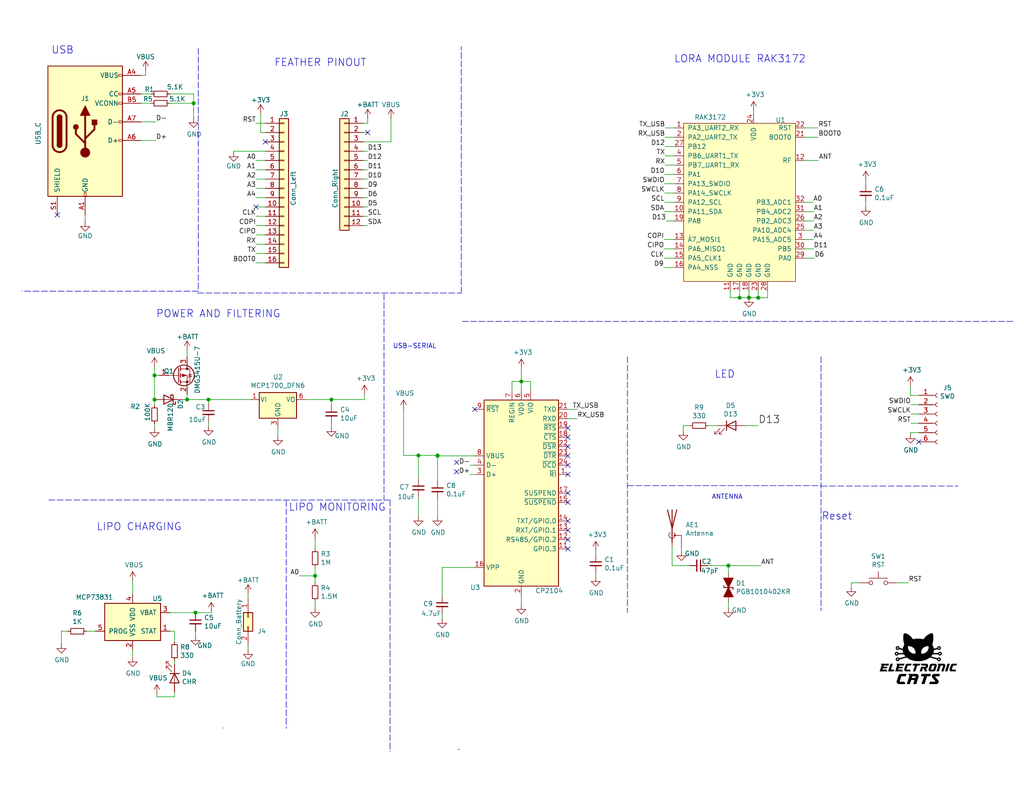
<source format=kicad_sch>
(kicad_sch (version 20211123) (generator eeschema)
  (paper "USLetter")
  (title_block (title "BastWAN-WLE") (date "2021-07-13") (rev "1.0") (company "Electronic Cats") (comment 4 "Andres Sabas"))
  (lib_symbols
    (symbol "Battery_Management:MCP73831-3-OT" (pin_names (offset 1.016))
      (property "Reference" "U" (at -7.62 6.35 0))
      (property "Value" "MCP73831-3-OT" (at 1.27 6.35 0))
      (symbol "MCP73831-3-OT_1_1"
        (pin output line (at 10.16 -2.54 180) (length 2.54) (name "STAT") (number "1"))
        (pin power_in line (at 0 -7.62 90) (length 2.54) (name "VSS") (number "2"))
        (pin power_out line (at 10.16 2.54 180) (length 2.54) (name "VBAT") (number "3"))
        (pin power_in line (at 0 7.62 270) (length 2.54) (name "VDD") (number "4"))
        (pin input line (at -10.16 -2.54 0) (length 2.54) (name "PROG") (number "5"))
      )
    )
    (symbol "Connector:Conn_01x06_Female" (pin_names (offset 1.016) hide)
      (property "Reference" "J" (at 0 7.62 0))
      (property "Value" "Conn_01x06_Female" (at 0 -10.16 0))
      (symbol "Conn_01x06_Female_1_1"
        (pin passive line (at -5.08 5.08 0) (length 3.81) (name "Pin_1") (number "1"))
        (pin passive line (at -5.08 2.54 0) (length 3.81) (name "Pin_2") (number "2"))
        (pin passive line (at -5.08 0 0) (length 3.81) (name "Pin_3") (number "3"))
        (pin passive line (at -5.08 -2.54 0) (length 3.81) (name "Pin_4") (number "4"))
        (pin passive line (at -5.08 -5.08 0) (length 3.81) (name "Pin_5") (number "5"))
        (pin passive line (at -5.08 -7.62 0) (length 3.81) (name "Pin_6") (number "6"))
      )
    )
    (symbol "Connector:USB_C_Plug_USB2.0" (pin_names (offset 1.016))
      (property "Reference" "P" (at -10.16 19.05 0))
      (property "Value" "USB_C_Plug_USB2.0" (at 12.7 19.05 0))
      (symbol "USB_C_Plug_USB2.0_1_1"
        (pin passive line (at 0 -22.86 90) (length 5.08) (name "GND") (number "A1"))
        (pin passive line (at 0 -22.86 90) (length 5.08) hide (name "GND") (number "A12"))
        (pin passive line (at 15.24 15.24 180) (length 5.08) (name "VBUS") (number "A4"))
        (pin bidirectional line (at 15.24 10.16 180) (length 5.08) (name "CC") (number "A5"))
        (pin bidirectional line (at 15.24 -2.54 180) (length 5.08) (name "D+") (number "A6"))
        (pin bidirectional line (at 15.24 2.54 180) (length 5.08) (name "D-") (number "A7"))
        (pin passive line (at 15.24 15.24 180) (length 5.08) hide (name "VBUS") (number "A9"))
        (pin passive line (at 0 -22.86 90) (length 5.08) hide (name "GND") (number "B1"))
        (pin passive line (at 0 -22.86 90) (length 5.08) hide (name "GND") (number "B12"))
        (pin passive line (at 15.24 15.24 180) (length 5.08) hide (name "VBUS") (number "B4"))
        (pin bidirectional line (at 15.24 7.62 180) (length 5.08) (name "VCONN") (number "B5"))
        (pin passive line (at 15.24 15.24 180) (length 5.08) hide (name "VBUS") (number "B9"))
        (pin passive line (at -7.62 -22.86 90) (length 5.08) (name "SHIELD") (number "S1"))
      )
    )
    (symbol "Connector_Generic:Conn_01x12" (pin_names (offset 1.016) hide)
      (property "Reference" "J" (at 0 15.24 0))
      (property "Value" "Conn_01x12" (at 0 -17.78 0))
      (symbol "Conn_01x12_1_1"
        (pin passive line (at -5.08 12.7 0) (length 3.81) (name "Pin_1") (number "1"))
        (pin passive line (at -5.08 -10.16 0) (length 3.81) (name "Pin_10") (number "10"))
        (pin passive line (at -5.08 -12.7 0) (length 3.81) (name "Pin_11") (number "11"))
        (pin passive line (at -5.08 -15.24 0) (length 3.81) (name "Pin_12") (number "12"))
        (pin passive line (at -5.08 10.16 0) (length 3.81) (name "Pin_2") (number "2"))
        (pin passive line (at -5.08 7.62 0) (length 3.81) (name "Pin_3") (number "3"))
        (pin passive line (at -5.08 5.08 0) (length 3.81) (name "Pin_4") (number "4"))
        (pin passive line (at -5.08 2.54 0) (length 3.81) (name "Pin_5") (number "5"))
        (pin passive line (at -5.08 0 0) (length 3.81) (name "Pin_6") (number "6"))
        (pin passive line (at -5.08 -2.54 0) (length 3.81) (name "Pin_7") (number "7"))
        (pin passive line (at -5.08 -5.08 0) (length 3.81) (name "Pin_8") (number "8"))
        (pin passive line (at -5.08 -7.62 0) (length 3.81) (name "Pin_9") (number "9"))
      )
    )
    (symbol "Connector_Generic:Conn_01x16" (pin_names (offset 1.016) hide)
      (property "Reference" "J" (at 0 20.32 0))
      (property "Value" "Conn_01x16" (at 0 -22.86 0))
      (symbol "Conn_01x16_1_1"
        (pin passive line (at -5.08 17.78 0) (length 3.81) (name "Pin_1") (number "1"))
        (pin passive line (at -5.08 -5.08 0) (length 3.81) (name "Pin_10") (number "10"))
        (pin passive line (at -5.08 -7.62 0) (length 3.81) (name "Pin_11") (number "11"))
        (pin passive line (at -5.08 -10.16 0) (length 3.81) (name "Pin_12") (number "12"))
        (pin passive line (at -5.08 -12.7 0) (length 3.81) (name "Pin_13") (number "13"))
        (pin passive line (at -5.08 -15.24 0) (length 3.81) (name "Pin_14") (number "14"))
        (pin passive line (at -5.08 -17.78 0) (length 3.81) (name "Pin_15") (number "15"))
        (pin passive line (at -5.08 -20.32 0) (length 3.81) (name "Pin_16") (number "16"))
        (pin passive line (at -5.08 15.24 0) (length 3.81) (name "Pin_2") (number "2"))
        (pin passive line (at -5.08 12.7 0) (length 3.81) (name "Pin_3") (number "3"))
        (pin passive line (at -5.08 10.16 0) (length 3.81) (name "Pin_4") (number "4"))
        (pin passive line (at -5.08 7.62 0) (length 3.81) (name "Pin_5") (number "5"))
        (pin passive line (at -5.08 5.08 0) (length 3.81) (name "Pin_6") (number "6"))
        (pin passive line (at -5.08 2.54 0) (length 3.81) (name "Pin_7") (number "7"))
        (pin passive line (at -5.08 0 0) (length 3.81) (name "Pin_8") (number "8"))
        (pin passive line (at -5.08 -2.54 0) (length 3.81) (name "Pin_9") (number "9"))
      )
    )
    (symbol "Connector_Generic:Conn_02x01" (pin_names (offset 1.016) hide)
      (property "Reference" "J" (at 1.27 2.54 0))
      (property "Value" "Conn_02x01" (at 1.27 -2.54 0))
      (symbol "Conn_02x01_1_1"
        (pin passive line (at -5.08 0 0) (length 3.81) (name "Pin_1") (number "1"))
        (pin passive line (at 7.62 0 180) (length 3.81) (name "Pin_2") (number "2"))
      )
    )
    (symbol "Device:Antenna_Shield" (pin_numbers hide) (pin_names (offset 1.016) hide)
      (property "Reference" "AE" (at -1.905 4.445 0))
      (property "Value" "Antenna_Shield" (at -1.905 2.54 0))
      (symbol "Antenna_Shield_1_1"
        (pin input line (at 0 -5.08 90) (length 2.54) (name "A") (number "1"))
        (pin input line (at 2.54 -5.08 90) (length 2.54) (name "Shield") (number "2"))
      )
    )
    (symbol "Device:C_Small" (pin_numbers hide) (pin_names (offset 0.254) hide)
      (property "Reference" "C" (at 0.254 1.778 0))
      (property "Value" "C_Small" (at 0.254 -2.032 0))
      (symbol "C_Small_1_1"
        (pin passive line (at 0 2.54 270) (length 2.032) (name "~") (number "1"))
        (pin passive line (at 0 -2.54 90) (length 2.032) (name "~") (number "2"))
      )
    )
    (symbol "Device:D_TVS_ALT" (pin_numbers hide) (pin_names (offset 1.016) hide)
      (property "Reference" "D" (at 0 2.54 0))
      (property "Value" "Device_D_TVS_ALT" (at 0 -2.54 0))
      (symbol "D_TVS_ALT_1_1"
        (pin passive line (at -3.81 0 0) (length 2.54) (name "A1") (number "1"))
        (pin passive line (at 3.81 0 180) (length 2.54) (name "A2") (number "2"))
      )
    )
    (symbol "Device:LED" (pin_numbers hide) (pin_names (offset 1.016) hide)
      (property "Reference" "D" (at 0 2.54 0))
      (property "Value" "LED" (at 0 -2.54 0))
      (symbol "LED_1_1"
        (pin passive line (at -3.81 0 0) (length 2.54) (name "K") (number "1"))
        (pin passive line (at 3.81 0 180) (length 2.54) (name "A") (number "2"))
      )
    )
    (symbol "Device:R_Small" (pin_numbers hide) (pin_names (offset 0.254) hide)
      (property "Reference" "R" (at 0.762 0.508 0))
      (property "Value" "R_Small" (at 0.762 -1.016 0))
      (symbol "R_Small_1_1"
        (pin passive line (at 0 2.54 270) (length 0.762) (name "~") (number "1"))
        (pin passive line (at 0 -2.54 90) (length 0.762) (name "~") (number "2"))
      )
    )
    (symbol "Diode:MBR340" (pin_numbers hide) (pin_names (offset 1.016) hide)
      (property "Reference" "D" (at 0 2.54 0))
      (property "Value" "MBR340" (at 0 -2.54 0))
      (symbol "MBR340_1_1"
        (pin passive line (at -3.81 0 0) (length 2.54) (name "K") (number "1"))
        (pin passive line (at 3.81 0 180) (length 2.54) (name "A") (number "2"))
      )
    )
    (symbol "Interface_USB:CP2104"
      (property "Reference" "U" (at -5.08 28.575 0))
      (property "Value" "CP2104" (at -5.08 26.67 0))
      (symbol "CP2104_1_1"
        (pin input line (at 12.7 5.08 180) (length 2.54) (name "~{RI}") (number "1"))
        (pin no_connect line (at 10.16 -20.32 180) (length 2.54) hide (name "NC") (number "10"))
        (pin bidirectional line (at 12.7 -15.24 180) (length 2.54) (name "GPIO.3") (number "11"))
        (pin bidirectional line (at 12.7 -12.7 180) (length 2.54) (name "RS485/GPIO.2") (number "12"))
        (pin bidirectional line (at 12.7 -10.16 180) (length 2.54) (name "RXT/GPIO.1") (number "13"))
        (pin bidirectional line (at 12.7 -7.62 180) (length 2.54) (name "TXT/GPIO.0") (number "14"))
        (pin output line (at 12.7 -2.54 180) (length 2.54) (name "~{SUSPEND}") (number "15"))
        (pin passive line (at -12.7 -20.32 0) (length 2.54) (name "VPP") (number "16"))
        (pin output line (at 12.7 0 180) (length 2.54) (name "SUSPEND") (number "17"))
        (pin input line (at 12.7 15.24 180) (length 2.54) (name "~{CTS}") (number "18"))
        (pin output line (at 12.7 17.78 180) (length 2.54) (name "~{RTS}") (number "19"))
        (pin power_in line (at 0 -27.94 90) (length 2.54) (name "GND") (number "2"))
        (pin input line (at 12.7 20.32 180) (length 2.54) (name "RXD") (number "20"))
        (pin output line (at 12.7 22.86 180) (length 2.54) (name "TXD") (number "21"))
        (pin input line (at 12.7 12.7 180) (length 2.54) (name "~{DSR}") (number "22"))
        (pin output line (at 12.7 10.16 180) (length 2.54) (name "~{DTR}") (number "23"))
        (pin input line (at 12.7 7.62 180) (length 2.54) (name "~{DCD}") (number "24"))
        (pin passive line (at 0 -27.94 90) (length 2.54) hide (name "GND") (number "25"))
        (pin bidirectional line (at -12.7 5.08 0) (length 2.54) (name "D+") (number "3"))
        (pin bidirectional line (at -12.7 7.62 0) (length 2.54) (name "D-") (number "4"))
        (pin power_in line (at 2.54 27.94 270) (length 2.54) (name "VIO") (number "5"))
        (pin power_in line (at 0 27.94 270) (length 2.54) (name "VDD") (number "6"))
        (pin power_in line (at -2.54 27.94 270) (length 2.54) (name "REGIN") (number "7"))
        (pin input line (at -12.7 10.16 0) (length 2.54) (name "VBUS") (number "8"))
        (pin bidirectional line (at -12.7 22.86 0) (length 2.54) (name "~{RST}") (number "9"))
      )
    )
    (symbol "Switch:SW_Push" (pin_numbers hide) (pin_names (offset 1.016) hide)
      (property "Reference" "SW" (at 1.27 2.54 0))
      (property "Value" "SW_Push" (at 0 -1.524 0))
      (symbol "SW_Push_0_1"
        (pin passive line (at -5.08 0 0) (length 2.54) (name "1") (number "1"))
        (pin passive line (at 5.08 0 180) (length 2.54) (name "2") (number "2"))
      )
    )
    (symbol "bastwan-wle-rescue:DMG2301L-Transistor_FET-Bast_WAN-rescue" (pin_names (offset 0) hide)
      (property "Reference" "Q" (at 5.08 1.905 0))
      (property "Value" "DMG2301L-Transistor_FET-Bast_WAN-rescue" (at 5.08 0 0))
      (symbol "DMG2301L-Transistor_FET-Bast_WAN-rescue_1_1"
        (pin input line (at -5.08 0 0) (length 2.54) (name "G") (number "1"))
        (pin passive line (at 2.54 -5.08 90) (length 2.54) (name "S") (number "2"))
        (pin passive line (at 2.54 5.08 270) (length 2.54) (name "D") (number "3"))
      )
    )
    (symbol "bastwan-wle-rescue:MCP1700_DFN6-Regulator" (pin_names (offset 0.254))
      (property "Reference" "U" (at -3.81 3.175 0))
      (property "Value" "MCP1700_DFN6-Regulator" (at 0 3.175 0))
      (symbol "MCP1700_DFN6-Regulator_1_1"
        (pin power_in line (at -7.62 0 0) (length 2.54) (name "VI") (number "1"))
        (pin power_in line (at 0 -7.62 90) (length 2.54) (name "GND") (number "3"))
        (pin power_out line (at 7.62 0 180) (length 2.54) (name "VO") (number "6"))
      )
    )
    (symbol "bastwan-wle-rescue:RAK3172-Electronic_Cats" (pin_names (offset 1.016))
      (property "Reference" "U" (at 10.16 6.35 0))
      (property "Value" "RAK3172-Electronic_Cats" (at -10.16 6.35 0))
      (symbol "RAK3172-Electronic_Cats_1_1"
        (pin input line (at -19.05 3.81 0) (length 2.54) (name "PA3_UART2_RX") (number "1"))
        (pin input line (at -19.05 -19.05 0) (length 2.54) (name "PA11_SDA") (number "10"))
        (pin input line (at -3.81 -40.64 90) (length 2.54) (name "GND") (number "11"))
        (pin input line (at 16.51 -5.08 180) (length 2.54) (name "RF") (number "12"))
        (pin input line (at -19.05 -26.67 0) (length 2.54) (name "À7_MOSI1") (number "13"))
        (pin input line (at -19.05 -29.21 0) (length 2.54) (name "PA6_MISO1") (number "14"))
        (pin input line (at -19.05 -31.75 0) (length 2.54) (name "PA5_CLK1") (number "15"))
        (pin input line (at -19.05 -34.29 0) (length 2.54) (name "PA4_NSS") (number "16"))
        (pin input line (at -1.27 -40.64 90) (length 2.54) (name "GND") (number "17"))
        (pin input line (at 1.27 -40.64 90) (length 2.54) (name "GND") (number "18"))
        (pin input line (at -19.05 -21.59 0) (length 2.54) (name "PA8") (number "19"))
        (pin input line (at -19.05 1.27 0) (length 2.54) (name "PA2_UART2_TX") (number "2"))
        (pin input line (at 16.51 1.27 180) (length 2.54) (name "BOOT0") (number "21"))
        (pin input line (at 16.51 3.81 180) (length 2.54) (name "RST") (number "22"))
        (pin input line (at 3.81 -40.64 90) (length 2.54) (name "GND") (number "23"))
        (pin input line (at 2.54 7.62 270) (length 2.54) (name "VDD") (number "24"))
        (pin input line (at 16.51 -24.13 180) (length 2.54) (name "PA10_ADC4") (number "25"))
        (pin input line (at 16.51 -21.59 180) (length 2.54) (name "PB2_ADC3") (number "26"))
        (pin input line (at -19.05 -1.27 0) (length 2.54) (name "PB12") (number "27"))
        (pin input line (at 6.35 -40.64 90) (length 2.54) (name "GND") (number "28"))
        (pin input line (at 16.51 -31.75 180) (length 2.54) (name "PA0") (number "29"))
        (pin input line (at 16.51 -26.67 180) (length 2.54) (name "PA15_ADC5") (number "3"))
        (pin input line (at 16.51 -29.21 180) (length 2.54) (name "PB5") (number "30"))
        (pin input line (at 16.51 -19.05 180) (length 2.54) (name "PB4_ADC2") (number "31"))
        (pin input line (at 16.51 -16.51 180) (length 2.54) (name "PB3_ADC1") (number "32"))
        (pin input line (at -19.05 -3.81 0) (length 2.54) (name "PB6_UART1_TX") (number "4"))
        (pin input line (at -19.05 -6.35 0) (length 2.54) (name "PB7_UART1_RX") (number "5"))
        (pin input line (at -19.05 -8.89 0) (length 2.54) (name "PA1") (number "6"))
        (pin input line (at -19.05 -11.43 0) (length 2.54) (name "PA13_SWDIO") (number "7"))
        (pin input line (at -19.05 -13.97 0) (length 2.54) (name "PA14_SWCLK") (number "8"))
        (pin input line (at -19.05 -16.51 0) (length 2.54) (name "PA12_SCL") (number "9"))
      )
    )
    (symbol "power:+3.3V" (power) (pin_names (offset 0))
      (property "Value" "+3.3V" (at 0 3.556 0))
      (symbol "+3.3V_1_1"
        (pin power_in line (at 0 0 90) (length 0) hide (name "+3V3") (number "1"))
      )
    )
    (symbol "power:+3V3" (power) (pin_names (offset 0))
      (property "Value" "+3V3" (at 0 3.556 0))
      (symbol "+3V3_1_1"
        (pin power_in line (at 0 0 90) (length 0) hide (name "+3V3") (number "1"))
      )
    )
    (symbol "power:+BATT" (power) (pin_names (offset 0))
      (property "Value" "+BATT" (at 0 3.556 0))
      (symbol "+BATT_1_1"
        (pin power_in line (at 0 0 90) (length 0) hide (name "+BATT") (number "1"))
      )
    )
    (symbol "power:GND" (power) (pin_names (offset 0))
      (property "Value" "GND" (at 0 -3.81 0))
      (symbol "GND_1_1"
        (pin power_in line (at 0 0 270) (length 0) hide (name "GND") (number "1"))
      )
    )
    (symbol "power:VBUS" (power) (pin_names (offset 0))
      (property "Value" "VBUS" (at 0 3.81 0))
      (symbol "VBUS_1_1"
        (pin power_in line (at 0 0 90) (length 0) hide (name "VBUS") (number "1"))
      )
    )
  )
  (junction (at 142.24 104.14))
  (junction (at 206.883 81.28))
  (junction (at 51.054 109.093))
  (junction (at 119.38 124.333))
  (junction (at 198.755 154.432))
  (junction (at 53.34 167.259))
  (junction (at 201.803 81.28))
  (junction (at 52.832 28.194))
  (junction (at 42.164 109.093))
  (junction (at 42.164 102.489))
  (junction (at 204.343 81.28))
  (junction (at 56.896 109.093))
  (junction (at 114.173 124.333))
  (junction (at 90.424 109.093))
  (junction (at 119.38 124.46))
  (junction (at 85.979 157.226))
  (no_connect (at 124.587 126.238))
  (no_connect (at 72.39 38.735))
  (no_connect (at 154.94 144.78))
  (no_connect (at 129.54 111.76))
  (no_connect (at 15.621 58.674))
  (no_connect (at 154.94 142.24))
  (no_connect (at 154.94 129.54))
  (no_connect (at 154.94 124.46))
  (no_connect (at 250.698 120.65))
  (no_connect (at 154.94 116.84))
  (no_connect (at 154.94 119.38))
  (no_connect (at 154.94 134.62))
  (no_connect (at 154.94 127))
  (no_connect (at 69.85 56.515))
  (no_connect (at 154.94 147.32))
  (no_connect (at 154.94 137.16))
  (no_connect (at 154.94 121.92))
  (no_connect (at 100.33 36.195))
  (no_connect (at 154.94 149.86))
  (no_connect (at 124.587 128.778))
  (wire (pts (xy 219.583 67.945) (xy 221.996 67.945)))
  (wire (pts (xy 16.764 172.339) (xy 16.764 175.768)))
  (wire (pts (xy 57.658 167.259) (xy 57.658 167.005)))
  (wire (pts (xy 18.542 172.339) (xy 16.764 172.339)))
  (wire (pts (xy 219.583 43.815) (xy 223.393 43.815)))
  (wire (pts (xy 47.625 190.246) (xy 42.799 190.246)))
  (wire (pts (xy 38.481 38.354) (xy 42.545 38.354)))
  (wire (pts (xy 248.539 113.03) (xy 250.698 113.03)))
  (wire (pts (xy 90.424 110.49) (xy 90.424 109.093)))
  (wire (pts (xy 72.39 33.655) (xy 69.85 33.655)))
  (wire (pts (xy 236.22 55.372) (xy 236.22 56.388)))
  (wire (pts (xy 67.691 176.149) (xy 67.691 177.419)))
  (polyline (pts (xy 171.196 132.588) (xy 224.028 132.588)))
  (wire (pts (xy 46.355 172.339) (xy 47.625 172.339)))
  (wire (pts (xy 72.39 69.215) (xy 69.85 69.215)))
  (wire (pts (xy 184.023 34.925) (xy 181.483 34.925)))
  (wire (pts (xy 114.173 130.683) (xy 114.173 124.333)))
  (wire (pts (xy 250.698 110.49) (xy 248.539 110.49)))
  (wire (pts (xy 46.355 167.259) (xy 53.34 167.259)))
  (wire (pts (xy 232.283 159.131) (xy 232.283 160.274)))
  (wire (pts (xy 184.023 57.785) (xy 181.229 57.785)))
  (wire (pts (xy 52.832 28.194) (xy 52.832 25.654)))
  (wire (pts (xy 38.481 20.574) (xy 39.751 20.574)))
  (wire (pts (xy 83.439 109.093) (xy 90.424 109.093)))
  (wire (pts (xy 99.06 43.815) (xy 100.33 43.815)))
  (wire (pts (xy 42.164 102.489) (xy 42.164 100.203)))
  (polyline (pts (xy 224.028 132.715) (xy 261.366 132.715)))
  (wire (pts (xy 47.625 181.356) (xy 47.625 180.34)))
  (wire (pts (xy 72.39 36.195) (xy 71.12 36.195)))
  (wire (pts (xy 128.27 129.54) (xy 129.54 129.54)))
  (wire (pts (xy 139.7 106.68) (xy 139.7 104.14)))
  (wire (pts (xy 219.583 65.405) (xy 221.996 65.405)))
  (wire (pts (xy 72.39 66.675) (xy 69.85 66.675)))
  (wire (pts (xy 184.023 52.705) (xy 181.356 52.705)))
  (wire (pts (xy 41.275 25.654) (xy 38.481 25.654)))
  (wire (pts (xy 248.412 105.41) (xy 248.412 107.95)))
  (wire (pts (xy 72.39 61.595) (xy 69.85 61.595)))
  (wire (pts (xy 114.173 124.333) (xy 110.109 124.333)))
  (wire (pts (xy 42.164 109.093) (xy 42.164 110.617)))
  (wire (pts (xy 119.38 124.46) (xy 119.38 124.333)))
  (wire (pts (xy 47.625 172.339) (xy 47.625 175.26)))
  (wire (pts (xy 188.214 116.205) (xy 186.436 116.205)))
  (wire (pts (xy 248.412 118.491) (xy 248.412 118.11)))
  (wire (pts (xy 85.979 164.211) (xy 85.979 165.989)))
  (wire (pts (xy 219.583 60.325) (xy 221.996 60.325)))
  (wire (pts (xy 219.583 57.785) (xy 221.996 57.785)))
  (wire (pts (xy 75.819 116.713) (xy 75.819 118.999)))
  (wire (pts (xy 99.06 33.655) (xy 100.33 33.655)))
  (polyline (pts (xy 125.857 80.01) (xy 125.857 12.7)))
  (wire (pts (xy 144.78 104.14) (xy 144.78 106.68)))
  (wire (pts (xy 110.109 111.76) (xy 110.109 124.333)))
  (wire (pts (xy 120.65 167.64) (xy 120.65 168.91)))
  (wire (pts (xy 201.803 79.375) (xy 201.803 81.28)))
  (polyline (pts (xy 78.105 136.652) (xy 78.105 198.882)))
  (polyline (pts (xy 53.848 80.01) (xy 125.857 80.01)))
  (wire (pts (xy 184.023 37.465) (xy 181.483 37.465)))
  (wire (pts (xy 154.94 111.76) (xy 157.607 111.76)))
  (wire (pts (xy 39.751 20.574) (xy 39.751 19.304)))
  (wire (pts (xy 206.883 81.28) (xy 209.423 81.28)))
  (wire (pts (xy 184.023 60.325) (xy 181.737 60.325)))
  (wire (pts (xy 99.06 53.975) (xy 100.33 53.975)))
  (wire (pts (xy 184.023 42.545) (xy 181.483 42.545)))
  (wire (pts (xy 23.241 60.579) (xy 23.241 58.674)))
  (polyline (pts (xy 224.028 97.409) (xy 224.028 166.751)))
  (wire (pts (xy 53.34 172.339) (xy 53.34 173.609)))
  (wire (pts (xy 99.06 46.355) (xy 100.33 46.355)))
  (wire (pts (xy 183.388 149.352) (xy 183.388 154.432)))
  (wire (pts (xy 36.195 162.179) (xy 36.195 158.623)))
  (wire (pts (xy 204.343 81.28) (xy 206.883 81.28)))
  (wire (pts (xy 99.06 59.055) (xy 100.33 59.055)))
  (wire (pts (xy 183.388 154.432) (xy 188.087 154.432)))
  (wire (pts (xy 139.7 104.14) (xy 142.24 104.14)))
  (wire (pts (xy 114.173 140.97) (xy 114.173 135.763)))
  (wire (pts (xy 63.754 41.275) (xy 72.39 41.275)))
  (wire (pts (xy 244.729 159.131) (xy 247.904 159.131)))
  (wire (pts (xy 56.896 110.109) (xy 56.896 109.093)))
  (wire (pts (xy 184.023 65.405) (xy 181.229 65.405)))
  (wire (pts (xy 219.583 37.465) (xy 223.266 37.465)))
  (wire (pts (xy 99.06 56.515) (xy 100.33 56.515)))
  (wire (pts (xy 184.023 50.165) (xy 181.356 50.165)))
  (wire (pts (xy 90.424 109.093) (xy 99.441 109.093)))
  (polyline (pts (xy 60.96 198.755) (xy 60.833 198.755)))
  (wire (pts (xy 203.327 116.205) (xy 206.883 116.205)))
  (wire (pts (xy 209.423 81.28) (xy 209.423 79.375)))
  (wire (pts (xy 100.33 33.655) (xy 100.33 32.385)))
  (wire (pts (xy 72.39 64.135) (xy 69.85 64.135)))
  (wire (pts (xy 184.023 40.005) (xy 181.483 40.005)))
  (wire (pts (xy 72.39 71.755) (xy 69.85 71.755)))
  (polyline (pts (xy 125.349 204.597) (xy 124.968 204.597)))
  (wire (pts (xy 85.979 157.226) (xy 81.661 157.226)))
  (polyline (pts (xy 54.102 79.502) (xy 5.969 79.502)))
  (wire (pts (xy 154.94 114.3) (xy 157.48 114.3)))
  (wire (pts (xy 63.754 41.275) (xy 63.754 41.529)))
  (wire (pts (xy 184.023 70.485) (xy 181.229 70.485)))
  (wire (pts (xy 119.38 124.333) (xy 114.173 124.333)))
  (wire (pts (xy 219.583 62.865) (xy 221.996 62.865)))
  (wire (pts (xy 195.707 116.205) (xy 193.294 116.205)))
  (wire (pts (xy 85.979 159.131) (xy 85.979 157.226)))
  (wire (pts (xy 234.569 159.131) (xy 232.283 159.131)))
  (polyline (pts (xy 276.352 87.757) (xy 125.984 87.757)))
  (wire (pts (xy 204.343 79.375) (xy 204.343 81.28)))
  (wire (pts (xy 71.12 31.115) (xy 71.12 36.195)))
  (wire (pts (xy 186.436 116.205) (xy 186.436 117.602)))
  (wire (pts (xy 250.698 115.57) (xy 248.539 115.57)))
  (wire (pts (xy 85.979 149.86) (xy 85.979 146.939)))
  (wire (pts (xy 99.06 41.275) (xy 100.33 41.275)))
  (wire (pts (xy 129.54 154.94) (xy 120.65 154.94)))
  (wire (pts (xy 184.023 47.625) (xy 181.356 47.625)))
  (wire (pts (xy 250.698 118.11) (xy 248.412 118.11)))
  (wire (pts (xy 56.896 109.093) (xy 68.199 109.093)))
  (wire (pts (xy 99.06 36.195) (xy 100.33 36.195)))
  (wire (pts (xy 120.65 154.94) (xy 120.65 162.56)))
  (wire (pts (xy 236.22 50.292) (xy 236.22 49.276)))
  (wire (pts (xy 128.27 127) (xy 129.54 127)))
  (wire (pts (xy 198.755 154.432) (xy 207.645 154.432)))
  (polyline (pts (xy 54.102 13.208) (xy 54.102 79.502)))
  (wire (pts (xy 184.023 67.945) (xy 181.229 67.945)))
  (wire (pts (xy 219.583 70.485) (xy 222.25 70.485)))
  (wire (pts (xy 67.691 163.449) (xy 67.691 162.179)))
  (wire (pts (xy 106.68 32.385) (xy 106.68 38.735)))
  (wire (pts (xy 184.023 73.025) (xy 181.102 73.025)))
  (wire (pts (xy 193.167 154.432) (xy 198.755 154.432)))
  (wire (pts (xy 142.24 162.56) (xy 142.24 165.1)))
  (wire (pts (xy 162.56 156.464) (xy 162.56 157.48)))
  (wire (pts (xy 99.06 48.895) (xy 100.33 48.895)))
  (polyline (pts (xy 106.426 136.525) (xy 106.426 205.232)))
  (wire (pts (xy 162.56 151.384) (xy 162.56 150.368)))
  (wire (pts (xy 56.896 115.189) (xy 56.896 116.332)))
  (wire (pts (xy 184.023 55.245) (xy 181.356 55.245)))
  (wire (pts (xy 42.164 109.093) (xy 42.164 102.489)))
  (wire (pts (xy 52.832 32.258) (xy 52.832 28.194)))
  (wire (pts (xy 26.035 172.339) (xy 23.622 172.339)))
  (wire (pts (xy 72.39 59.055) (xy 69.85 59.055)))
  (wire (pts (xy 184.023 45.085) (xy 181.483 45.085)))
  (wire (pts (xy 72.39 56.515) (xy 69.85 56.515)))
  (wire (pts (xy 205.613 31.115) (xy 205.613 30.226)))
  (wire (pts (xy 43.434 102.489) (xy 42.164 102.489)))
  (wire (pts (xy 42.799 190.246) (xy 42.799 189.484)))
  (polyline (pts (xy 106.426 136.525) (xy 12.954 136.525)))
  (wire (pts (xy 72.39 51.435) (xy 69.85 51.435)))
  (wire (pts (xy 198.755 156.591) (xy 198.755 154.432)))
  (polyline (pts (xy 104.775 80.264) (xy 104.775 136.525)))
  (wire (pts (xy 72.39 46.355) (xy 69.85 46.355)))
  (wire (pts (xy 72.39 43.815) (xy 69.85 43.815)))
  (wire (pts (xy 119.38 136.271) (xy 119.38 140.97)))
  (wire (pts (xy 199.263 79.375) (xy 199.263 81.28)))
  (wire (pts (xy 72.39 48.895) (xy 69.85 48.895)))
  (wire (pts (xy 142.24 100.584) (xy 142.24 104.14)))
  (wire (pts (xy 38.481 33.274) (xy 42.545 33.274)))
  (polyline (pts (xy 171.196 97.409) (xy 171.196 167.259)))
  (wire (pts (xy 42.164 115.697) (xy 42.164 116.84)))
  (wire (pts (xy 185.928 149.352) (xy 185.928 150.495)))
  (wire (pts (xy 51.054 109.093) (xy 51.054 107.569)))
  (wire (pts (xy 99.441 109.093) (xy 99.441 107.696)))
  (wire (pts (xy 99.06 51.435) (xy 100.33 51.435)))
  (wire (pts (xy 206.883 79.375) (xy 206.883 81.28)))
  (wire (pts (xy 90.424 115.57) (xy 90.424 116.586)))
  (wire (pts (xy 198.755 164.211) (xy 198.755 165.989)))
  (wire (pts (xy 99.06 61.595) (xy 100.33 61.595)))
  (wire (pts (xy 201.803 81.28) (xy 204.343 81.28)))
  (wire (pts (xy 72.39 53.975) (xy 69.85 53.975)))
  (wire (pts (xy 99.06 38.735) (xy 106.68 38.735)))
  (wire (pts (xy 142.24 104.14) (xy 142.24 106.68)))
  (wire (pts (xy 219.583 34.925) (xy 223.266 34.925)))
  (wire (pts (xy 38.481 28.194) (xy 41.275 28.194)))
  (wire (pts (xy 46.355 28.194) (xy 52.832 28.194)))
  (wire (pts (xy 219.583 55.245) (xy 221.869 55.245)))
  (wire (pts (xy 36.195 177.419) (xy 36.195 179.451)))
  (wire (pts (xy 119.38 124.46) (xy 129.54 124.46)))
  (wire (pts (xy 52.832 25.654) (xy 46.355 25.654)))
  (wire (pts (xy 56.896 109.093) (xy 51.054 109.093)))
  (wire (pts (xy 51.054 97.409) (xy 51.054 95.631)))
  (wire (pts (xy 51.054 109.093) (xy 49.784 109.093)))
  (wire (pts (xy 248.412 107.95) (xy 250.698 107.95)))
  (wire (pts (xy 199.263 81.28) (xy 201.803 81.28)))
  (wire (pts (xy 53.34 167.259) (xy 57.658 167.259)))
  (wire (pts (xy 47.625 188.976) (xy 47.625 190.246)))
  (wire (pts (xy 119.38 131.191) (xy 119.38 124.46)))
  (wire (pts (xy 142.24 104.14) (xy 144.78 104.14)))
  (wire (pts (xy 85.979 157.226) (xy 85.979 154.94)))
  (image (at 250.571 179.832) (scale 0.25))
  (text "POWER AND FILTERING" (at 42.545 86.995 0) (effects (font (size 2.0066 2.0066)) (justify left bottom)))
  (text "ANTENNA" (at 194.183 136.525 0) (effects (font (size 1.27 1.27)) (justify left bottom)))
  (text "USB" (at 13.97 14.986 0) (effects (font (size 2.0066 2.0066)) (justify left bottom)))
  (text "USB-SERIAL" (at 107.188 95.377 0) (effects (font (size 1.27 1.27)) (justify left bottom)))
  (text "LORA MODULE RAK3172" (at 183.896 17.399 0) (effects (font (size 2.0066 2.0066)) (justify left bottom)))
  (text "FEATHER PINOUT" (at 74.803 18.415 0) (effects (font (size 2.0066 2.0066)) (justify left bottom)))
  (text "LIPO MONITORING" (at 78.74 139.827 0) (effects (font (size 2.0066 2.0066)) (justify left bottom)))
  (text "LED" (at 194.945 103.505 0) (effects (font (size 2.0066 2.0066)) (justify left bottom)))
  (text "LIPO CHARGING" (at 26.289 145.161 0) (effects (font (size 2.0066 2.0066)) (justify left bottom)))
  (text "Reset" (at 224.155 142.24 0) (effects (font (size 2.0066 2.0066)) (justify left bottom)))
  (label "D13" (at 100.33 41.275 0))
  (label "A2" (at 69.85 48.895 180))
  (label "D9" (at 181.102 73.025 180))
  (label "A0" (at 69.85 43.815 180))
  (label "RX_USB" (at 181.483 37.465 180))
  (label "D11" (at 221.996 67.945 0))
  (label "A1" (at 221.996 57.785 0))
  (label "SWCLK" (at 248.539 113.03 180))
  (label "CIPO" (at 69.85 64.135 180))
  (label "D12" (at 181.483 40.005 180))
  (label "RST" (at 247.904 159.131 0))
  (label "SDA" (at 100.33 61.595 0))
  (label "D13" (at 206.883 116.205 0) (effects (font (size 2.0066 2.0066))))
  (label "D11" (at 100.33 46.355 0))
  (label "SWDIO" (at 181.356 50.165 180))
  (label "D6" (at 222.25 70.485 0))
  (label "COPI" (at 181.229 65.405 180))
  (label "A4" (at 69.85 53.975 180))
  (label "BOOT0" (at 223.266 37.465 0))
  (label "CIPO" (at 181.229 67.945 180))
  (label "SCL" (at 181.356 55.245 180))
  (label "D+" (at 128.27 129.54 180))
  (label "TX" (at 69.85 69.215 180))
  (label "A4" (at 221.996 65.405 0))
  (label "TX_USB" (at 156.21 111.76 0))
  (label "A3" (at 69.85 51.435 180))
  (label "ANT" (at 223.393 43.815 0))
  (label "A2" (at 221.996 60.325 0))
  (label "D10" (at 100.33 48.895 0))
  (label "CLK" (at 69.85 59.055 180))
  (label "BOOT0" (at 69.85 71.755 180))
  (label "A0" (at 81.661 157.226 180))
  (label "D12" (at 100.33 43.815 0))
  (label "SWCLK" (at 181.356 52.705 180))
  (label "A1" (at 69.85 46.355 180))
  (label "D10" (at 181.356 47.625 180))
  (label "D+" (at 42.545 38.354 0))
  (label "ANT" (at 207.645 154.432 0))
  (label "SDA" (at 181.229 57.785 180))
  (label "COPI" (at 69.85 61.595 180))
  (label "D-" (at 128.27 127 180))
  (label "SWDIO" (at 248.539 110.49 180))
  (label "D-" (at 42.545 33.274 0))
  (label "D6" (at 100.33 53.975 0))
  (label "RX" (at 69.85 66.675 180))
  (label "D9" (at 100.33 51.435 0))
  (label "CLK" (at 181.229 70.485 180))
  (label "RX_USB" (at 157.48 114.3 0))
  (label "RST" (at 69.85 33.655 180))
  (label "RX" (at 181.483 45.085 180))
  (label "SCL" (at 100.33 59.055 0))
  (label "TX" (at 181.483 42.545 180))
  (label "D13" (at 181.737 60.325 180))
  (label "RST" (at 248.539 115.57 180))
  (label "RST" (at 223.266 34.925 0))
  (label "A3" (at 221.996 62.865 0))
  (label "TX_USB" (at 181.483 34.925 180))
  (label "D5" (at 100.33 56.515 0))
  (label "A0" (at 221.869 55.245 0))
  (symbol (lib_id "Connector:USB_C_Plug_USB2.0") (at 23.241 35.814 0) (unit 1)
    (property "Reference" "J1" (at 23.241 26.924 0))
    (property "Value" "USB_C" (at 10.414 36.449 90))
    (property "Footprint" "Connectors:C393939" (effects hide))
    (property "Datasheet" "https://datasheet.lcsc.com/lcsc/1912111437_SHOU-HAN-TYPE-C16PIN_C393939.pdf" (effects hide))
    (property "manf#" "TYPE-C16PIN" (effects hide))
    (property "#LCSC" "C393939" (effects hide))
    (property "Proveedor" "LCSC" (effects hide))
  )
  (symbol (lib_id "power:GND") (at 67.691 177.419 0) (unit 1)
    (property "Reference" "#PWR023" (effects hide))
    (property "Value" "GND" (at 67.691 181.229 0))
  )
  (symbol (lib_id "power:+BATT") (at 67.691 162.179 0) (unit 1)
    (property "Reference" "#PWR016" (effects hide))
    (property "Value" "+BATT" (at 67.691 158.369 0))
  )
  (symbol (lib_id "Connector_Generic:Conn_02x01") (at 67.691 168.529 270) (unit 1)
    (property "Reference" "J4" (at 70.231 172.339 90) (effects (justify left)))
    (property "Value" "Conn_Battery" (at 65.151 169.799 0))
    (property "Footprint" "Connectors:JST_S2B-PH-SM4-TB(LF)(SN)" (effects hide))
    (property "Datasheet" "https://datasheet.lcsc.com/lcsc/2102031704_JST-Sales-America-S2B-PH-SM4-TB-LF-SN_C295747.pdf" (effects hide))
    (property "manf#" "S2B-PH-SM4-TB(LF)(SN)" (effects hide))
    (property "#LCSC" "C295747" (effects hide))
    (property "Proveedor" "LCSC" (effects hide))
  )
  (symbol (lib_id "Connector_Generic:Conn_01x12") (at 93.98 46.355 0) (mirror y) (unit 1)
    (property "Reference" "J2" (at 93.98 31.115 0))
    (property "Value" "Conn_Right" (at 91.44 51.435 90))
    (property "Footprint" "Connector_PinSocket_2.54mm:PinSocket_1x12_P2.54mm_Vertical" (effects hide))
    (property "manf#" "-" (effects hide))
  )
  (symbol (lib_id "Connector_Generic:Conn_01x16") (at 77.47 51.435 0) (unit 1)
    (property "Reference" "J3" (at 77.47 31.115 0))
    (property "Value" "Conn_Left" (at 80.01 51.435 90))
    (property "Footprint" "Connector_PinSocket_2.54mm:PinSocket_1x16_P2.54mm_Vertical" (effects hide))
    (property "manf#" "-" (effects hide))
  )
  (symbol (lib_id "power:+BATT") (at 100.33 32.385 0) (unit 1)
    (property "Reference" "#PWR04" (effects hide))
    (property "Value" "+BATT" (at 100.33 28.575 0))
  )
  (symbol (lib_id "power:VBUS") (at 106.68 32.385 0) (unit 1)
    (property "Reference" "#PWR05" (effects hide))
    (property "Value" "VBUS" (at 106.68 28.575 0))
  )
  (symbol (lib_id "power:VBUS") (at 39.751 19.304 0) (unit 1)
    (property "Reference" "#PWR02" (effects hide))
    (property "Value" "VBUS" (at 39.751 15.494 0))
  )
  (symbol (lib_id "power:GND") (at 23.241 60.579 0) (unit 1)
    (property "Reference" "#PWR09" (effects hide))
    (property "Value" "GND" (at 23.241 64.389 0))
  )
  (symbol (lib_id "power:+3.3V") (at 71.12 31.115 0) (unit 1)
    (property "Reference" "#PWR03" (effects hide))
    (property "Value" "+3.3V" (at 71.12 27.305 0))
  )
  (symbol (lib_id "power:GND") (at 63.754 41.529 0) (unit 1)
    (property "Reference" "#PWR08" (effects hide))
    (property "Value" "GND" (at 63.754 45.339 0))
  )
  (symbol (lib_id "Battery_Management:MCP73831-3-OT") (at 36.195 169.799 0) (unit 1)
    (property "Reference" "U5" (at 42.926 163.449 0))
    (property "Value" "MCP73831" (at 25.781 163.068 0))
    (property "Footprint" "Package_TO_SOT_SMD:SOT-23-5" (effects hide))
    (property "Datasheet" "https://datasheet.lcsc.com/lcsc/1912111437_Microchip-Tech-MCP73831T-2ACI-OT_C424093.pdf" (effects hide))
    (property "manf#" "MCP73831T-2ACI/OT" (effects hide))
    (property "Proveedor" "LCSC" (effects hide))
    (property "#LCSC" "C424093" (effects hide))
  )
  (symbol (lib_id "Device:Antenna_Shield") (at 183.388 144.272 0) (unit 1)
    (property "Reference" "AE1" (at 187.0456 143.2814 0) (effects (justify left)))
    (property "Value" "Antenna" (at 187.0456 145.5928 0) (effects (justify left)))
    (property "Footprint" "agroin:SMA_EDGE" (effects hide))
    (property "Datasheet" "https://datasheet.lcsc.com/lcsc/2012241212_HJ-Tech-HJ-SMA023_C1509219.pdf" (effects hide))
    (property "manf#" "HJ-SMA023" (effects hide))
    (property "#LCSC" "C1509219" (effects hide))
    (property "Proveedor" "LCSC" (effects hide))
  )
  (symbol (lib_id "Device:C_Small") (at 190.627 154.432 270) (unit 1)
    (property "Reference" "C2" (at 192.786 153.289 90))
    (property "Value" "47pF" (at 193.675 155.829 90))
    (property "Footprint" "Capacitor_SMD:C_0603_1608Metric_Pad1.08x0.95mm_HandSolder" (effects hide))
    (property "Datasheet" "https://datasheet.lcsc.com/lcsc/2006011835_YAGEO-CC0603FRNPO9BN470_C519486.pdf" (effects hide))
    (property "manf#" "CC0603FRNPO9BN470" (effects hide))
    (property "#LCSC" "C519486" (effects hide))
    (property "Proveedor" "LCSC" (effects hide))
  )
  (symbol (lib_id "power:GND") (at 185.928 150.495 0) (unit 1)
    (property "Reference" "#PWR07" (effects hide))
    (property "Value" "GND" (at 188.849 151.13 0))
  )
  (symbol (lib_id "power:GND") (at 75.819 118.999 0) (unit 1)
    (property "Reference" "#PWR022" (effects hide))
    (property "Value" "GND" (at 75.946 123.3932 0))
  )
  (symbol (lib_id "power:+3V3") (at 99.441 107.696 0) (unit 1)
    (property "Reference" "#PWR015" (effects hide))
    (property "Value" "+3V3" (at 99.822 103.3018 0))
  )
  (symbol (lib_id "power:+BATT") (at 51.054 95.631 0) (unit 1)
    (property "Reference" "#PWR013" (effects hide))
    (property "Value" "+BATT" (at 51.181 91.948 0))
  )
  (symbol (lib_id "Device:C_Small") (at 56.896 112.649 0) (unit 1)
    (property "Reference" "C3" (at 53.34 111.125 0) (effects (justify left)))
    (property "Value" "10uF" (at 51.435 114.554 0) (effects (justify left)))
    (property "Footprint" "Capacitor_SMD:C_0603_1608Metric_Pad1.08x0.95mm_HandSolder" (effects hide))
    (property "Datasheet" "https://datasheet.lcsc.com/lcsc/1811031143_YAGEO-CC0603KRX5R6BB106_C326057.pdf" (effects hide))
    (property "manf#" "CL05A106MQ5NUNC" (effects hide))
    (property "#LCSC" "C326057" (effects hide))
    (property "Proveedor" "LCSC" (effects hide))
  )
  (symbol (lib_id "Diode:MBR340") (at 45.974 109.093 180) (unit 1)
    (property "Reference" "D2" (at 49.276 111.76 90) (effects (justify right)))
    (property "Value" "MBR120" (at 46.482 117.856 90) (effects (justify right)))
    (property "Footprint" "Diode_SMD:D_SOD-123" (effects hide))
    (property "Datasheet" "http://www.onsemi.com/pub_link/Collateral/MBR340-D.PDF" (effects hide))
    (property "manf#" "MBR120LSF" (effects hide))
    (property "#LCSC" "C130880" (effects hide))
    (property "Proveedor" "LCSC" (effects hide))
  )
  (symbol (lib_id "power:GND") (at 56.896 116.332 0) (unit 1)
    (property "Reference" "#PWR017" (effects hide))
    (property "Value" "GND" (at 57.023 120.7262 0))
  )
  (symbol (lib_id "Device:C_Small") (at 90.424 113.03 0) (unit 1)
    (property "Reference" "C4" (at 92.7608 111.8616 0) (effects (justify left)))
    (property "Value" "10uF" (at 92.7608 114.173 0) (effects (justify left)))
    (property "Footprint" "Capacitor_SMD:C_0603_1608Metric_Pad1.08x0.95mm_HandSolder" (effects hide))
    (property "Datasheet" "https://datasheet.lcsc.com/lcsc/1811031143_YAGEO-CC0603KRX5R6BB106_C326057.pdf" (effects hide))
    (property "manf#" "CL05A106MQ5NUNC" (effects hide))
    (property "#LCSC" "C326057" (effects hide))
    (property "Proveedor" "LCSC" (effects hide))
  )
  (symbol (lib_id "Device:C_Small") (at 53.34 169.799 0) (unit 1)
    (property "Reference" "C5" (at 55.6768 168.6306 0) (effects (justify left)))
    (property "Value" "10uF" (at 55.6768 170.942 0) (effects (justify left)))
    (property "Footprint" "Capacitor_SMD:C_0603_1608Metric_Pad1.08x0.95mm_HandSolder" (effects hide))
    (property "Datasheet" "https://datasheet.lcsc.com/lcsc/1811031143_YAGEO-CC0603KRX5R6BB106_C326057.pdf" (effects hide))
    (property "manf#" "CL05A106MQ5NUNC" (effects hide))
    (property "#LCSC" "C326057" (effects hide))
    (property "Proveedor" "LCSC" (effects hide))
  )
  (symbol (lib_id "power:GND") (at 90.424 116.586 0) (unit 1)
    (property "Reference" "#PWR018" (effects hide))
    (property "Value" "GND" (at 93.345 118.999 0))
  )
  (symbol (lib_id "power:VBUS") (at 42.164 100.203 0) (unit 1)
    (property "Reference" "#PWR014" (effects hide))
    (property "Value" "VBUS" (at 42.545 95.8088 0))
  )
  (symbol (lib_id "Device:R_Small") (at 42.164 113.157 0) (unit 1)
    (property "Reference" "R2" (at 35.56 110.998 0) (effects (justify left)))
    (property "Value" "100K" (at 40.259 115.062 90) (effects (justify left)))
    (property "Footprint" "Resistor_SMD:R_0603_1608Metric" (effects hide))
    (property "Datasheet" "https://datasheet.lcsc.com/lcsc/2110251730_UNI-ROYAL-Uniroyal-Elec-0603WAJ0104T5E_C15458.pdf" (effects hide))
    (property "manf#" "0603WAJ0104T5E" (effects hide))
    (property "#LCSC" "C15458" (effects hide))
    (property "Proveedor" "LCSC" (effects hide))
  )
  (symbol (lib_id "power:GND") (at 42.164 116.84 0) (unit 1)
    (property "Reference" "#PWR019" (effects hide))
    (property "Value" "GND" (at 42.291 121.2342 0))
  )
  (symbol (lib_id "bastwan-wle-rescue:DMG2301L-Transistor_FET-Bast_WAN-rescue") (at 48.514 102.489 0) (unit 1)
    (property "Reference" "Q1" (at 44.704 101.346 0) (effects (justify left)))
    (property "Value" "DMG3415U-7" (at 53.848 107.569 90) (effects (justify left)))
    (property "Footprint" "Package_TO_SOT_SMD:SOT-23" (effects hide))
    (property "Datasheet" "https://www.diodes.com/assets/Datasheets/DMG2301L.pdf" (effects hide))
    (property "manf#" "DMG3415UQ-7" (effects hide))
    (property "#LCSC" "C459537" (effects hide))
    (property "Proveedor" "LCSC" (effects hide))
  )
  (symbol (lib_id "power:GND") (at 36.195 179.451 0) (unit 1)
    (property "Reference" "#PWR041" (effects hide))
    (property "Value" "GND" (at 36.322 183.8452 0))
  )
  (symbol (lib_id "power:VBUS") (at 36.195 158.623 0) (unit 1)
    (property "Reference" "#PWR032" (effects hide))
    (property "Value" "VBUS" (at 36.576 154.2288 0))
  )
  (symbol (lib_id "power:+BATT") (at 57.658 167.005 0) (unit 1)
    (property "Reference" "#PWR035" (effects hide))
    (property "Value" "+BATT" (at 58.039 162.6108 0))
  )
  (symbol (lib_id "power:GND") (at 53.34 173.609 0) (unit 1)
    (property "Reference" "#PWR036" (effects hide))
    (property "Value" "GND" (at 55.88 176.276 0))
  )
  (symbol (lib_id "Device:R_Small") (at 47.625 177.8 0) (unit 1)
    (property "Reference" "R8" (at 49.1236 176.6316 0) (effects (justify left)))
    (property "Value" "330" (at 49.1236 178.943 0) (effects (justify left)))
    (property "Footprint" "Resistor_SMD:R_0603_1608Metric" (effects hide))
    (property "Datasheet" "https://datasheet.lcsc.com/lcsc/1810170116_RALEC-RTT033300FTP_C103542.pdfhttps://datasheet.lcsc.com/lcsc/1810170116_RALEC-RTT033300FTP_C103542.pdf" (effects hide))
    (property "manf#" "RTT033300FTP" (effects hide))
    (property "#LCSC" "C103542" (effects hide))
    (property "Proveedor" "LCSC" (effects hide))
  )
  (symbol (lib_id "Device:LED") (at 47.625 185.166 270) (unit 1)
    (property "Reference" "D4" (at 49.6062 183.8198 90) (effects (justify left)))
    (property "Value" "CHR" (at 49.6062 186.1312 90) (effects (justify left)))
    (property "Footprint" "LED_SMD:LED_0603_1608Metric_Pad1.05x0.95mm_HandSolder" (effects hide))
    (property "Datasheet" "https://lcsc.com/product-detail/Light-Emitting-Diodes-LED_Orient-ORH-G36G_C205443.html" (effects hide))
    (property "manf#" "ORH-G36G" (effects hide))
    (property "#LCSC" "C205443" (effects hide))
    (property "Proveedor" "LCSC" (effects hide))
  )
  (symbol (lib_id "power:VBUS") (at 42.799 189.484 0) (unit 1)
    (property "Reference" "#PWR042" (effects hide))
    (property "Value" "VBUS" (at 43.18 185.0898 0))
  )
  (symbol (lib_id "Device:R_Small") (at 21.082 172.339 270) (unit 1)
    (property "Reference" "R6" (at 21.082 167.3606 90))
    (property "Value" "1K" (at 21.082 169.672 90))
    (property "Footprint" "Resistor_SMD:R_0603_1608Metric" (effects hide))
    (property "Datasheet" "https://datasheet.lcsc.com/lcsc/1912111437_Walsin-Tech-Corp-WR06X102JTL_C384295.pdf" (effects hide))
    (property "manf#" "WR06X102JTL" (effects hide))
    (property "#LCSC" "C384295" (effects hide))
    (property "Proveedor" "LCSC" (effects hide))
  )
  (symbol (lib_id "power:GND") (at 16.764 175.768 0) (unit 1)
    (property "Reference" "#PWR038" (effects hide))
    (property "Value" "GND" (at 16.891 180.1622 0))
  )
  (symbol (lib_id "Device:R_Small") (at 85.979 152.4 0) (unit 1)
    (property "Reference" "R3" (at 87.4776 151.2316 0) (effects (justify left)))
    (property "Value" "1M" (at 87.4776 153.543 0) (effects (justify left)))
    (property "Footprint" "Resistor_SMD:R_0603_1608Metric" (effects hide))
    (property "Datasheet" "https://datasheet.lcsc.com/lcsc/1811061728_FH-Guangdong-Fenghua-Advanced-Tech-RS-03K105JT_C304688.pdf" (effects hide))
    (property "manf#" "RS-03K105JT" (effects hide))
    (property "#LCSC" "C304688" (effects hide))
    (property "Proveedor" "LCSC" (effects hide))
  )
  (symbol (lib_id "Device:R_Small") (at 85.979 161.671 0) (unit 1)
    (property "Reference" "R4" (at 87.4776 160.5026 0) (effects (justify left)))
    (property "Value" "1.5M" (at 87.4776 162.814 0) (effects (justify left)))
    (property "Footprint" "Resistor_SMD:R_0603_1608Metric" (effects hide))
    (property "Datasheet" "https://www.mouser.mx/datasheet/2/315/AOA0000C334-1314047.pdf" (effects hide))
    (property "manf#" "ERJ-U03J155V" (effects hide))
    (property "Proveedor" "Mouser" (effects hide))
    (property "#Mouser" "667-ERJ-U03J155V" (effects hide))
  )
  (symbol (lib_id "power:+BATT") (at 85.979 146.939 0) (unit 1)
    (property "Reference" "#PWR020" (effects hide))
    (property "Value" "+BATT" (at 86.36 142.5448 0))
  )
  (symbol (lib_id "power:GND") (at 85.979 165.989 0) (unit 1)
    (property "Reference" "#PWR026" (effects hide))
    (property "Value" "GND" (at 86.106 170.3832 0))
  )
  (symbol (lib_id "power:GND") (at 248.412 118.491 0) (unit 1)
    (property "Reference" "#PWR025" (effects hide))
    (property "Value" "GND" (at 248.539 122.8852 0))
  )
  (symbol (lib_id "power:+3V3") (at 248.412 105.41 0) (unit 1)
    (property "Reference" "#PWR021" (effects hide))
    (property "Value" "+3V3" (at 248.793 101.0158 0))
  )
  (symbol (lib_id "Switch:SW_Push") (at 239.649 159.131 0) (unit 1)
    (property "Reference" "SW1" (at 239.649 151.892 0))
    (property "Value" "RST" (at 239.649 154.2034 0))
    (property "Footprint" "Switches:C455281" (effects hide))
    (property "Datasheet" "https://datasheet.lcsc.com/lcsc/1912111437_XUNPU-TS-1088R-02526_C455281.pdf" (effects hide))
    (property "manf#" "TS-1088R-02526" (effects hide))
    (property "#LCSC" "C455281" (effects hide))
    (property "Proveedor" "LCSC" (effects hide))
  )
  (symbol (lib_id "power:GND") (at 232.283 160.274 0) (unit 1)
    (property "Reference" "#PWR033" (effects hide))
    (property "Value" "GND" (at 232.41 164.6682 0))
  )
  (symbol (lib_id "Device:LED") (at 199.517 116.205 0) (unit 1)
    (property "Reference" "D5" (at 199.3392 110.7186 0))
    (property "Value" "D13" (at 199.3392 113.03 0))
    (property "Footprint" "LED_SMD:LED_0603_1608Metric_Pad1.05x0.95mm_HandSolder" (effects hide))
    (property "Datasheet" "https://lcsc.com/product-detail/Light-Emitting-Diodes-LED_ARKLED-Wuxi-ARK-Tech-Elec-D-060306R1-SS2-L_C118330.html" (effects hide))
    (property "manf#" "D-060306R1/SS2/L" (effects hide))
    (property "#LCSC" "C118330" (effects hide))
    (property "Proveedor" "LCSC" (effects hide))
  )
  (symbol (lib_id "Device:R_Small") (at 190.754 116.205 270) (unit 1)
    (property "Reference" "R9" (at 190.754 111.2266 90))
    (property "Value" "330" (at 190.754 113.538 90))
    (property "Footprint" "Resistor_SMD:R_0603_1608Metric" (effects hide))
    (property "Datasheet" "https://datasheet.lcsc.com/lcsc/1810170116_RALEC-RTT033300FTP_C103542.pdfhttps://datasheet.lcsc.com/lcsc/1810170116_RALEC-RTT033300FTP_C103542.pdf" (effects hide))
    (property "manf#" "RTT033300FTP" (effects hide))
    (property "#LCSC" "C103542" (effects hide))
    (property "Proveedor" "LCSC" (effects hide))
  )
  (symbol (lib_id "power:GND") (at 186.436 117.602 0) (unit 1)
    (property "Reference" "#PWR043" (effects hide))
    (property "Value" "GND" (at 186.563 121.9962 0))
  )
  (symbol (lib_id "Device:D_TVS_ALT") (at 198.755 160.401 270) (unit 1)
    (property "Reference" "D1" (at 200.7616 159.2326 90) (effects (justify left)))
    (property "Value" "PGB1010402KR" (at 200.7616 161.544 90) (effects (justify left)))
    (property "Footprint" "Inductor_SMD:L_0402_1005Metric" (effects hide))
    (property "Datasheet" "https://datasheet.lcsc.com/lcsc/1809192016_Littelfuse-PGB1010402KR_C10676.pdf" (effects hide))
    (property "manf#" "PGB1010402KR" (effects hide))
    (property "#LCSC" "C10676" (effects hide))
    (property "Proveedor" "LCSC" (effects hide))
  )
  (symbol (lib_id "power:GND") (at 198.755 165.989 0) (unit 1)
    (property "Reference" "#PWR010" (effects hide))
    (property "Value" "GND" (at 201.676 166.624 0))
  )
  (symbol (lib_id "Connector:Conn_01x06_Female") (at 255.778 113.03 0) (unit 1)
    (property "Reference" "J5" (at 258.5212 105.8926 0))
    (property "Value" "SWD" (at 258.5212 108.204 0))
    (property "Footprint" "Connector:Tag-Connect_TC2030-IDC-NL_2x03_P1.27mm_Vertical" (effects hide))
  )
  (symbol (lib_id "power:VBUS") (at 110.109 111.76 0) (unit 1)
    (property "Reference" "#PWR027" (effects hide))
    (property "Value" "VBUS" (at 110.49 107.3658 0))
  )
  (symbol (lib_id "Device:C_Small") (at 114.173 133.223 0) (unit 1)
    (property "Reference" "C7" (at 108.966 132.969 0) (effects (justify left)))
    (property "Value" "10uF" (at 108.458 135.636 0) (effects (justify left)))
    (property "Footprint" "Capacitor_SMD:C_0603_1608Metric_Pad1.08x0.95mm_HandSolder" (effects hide))
    (property "Datasheet" "https://datasheet.lcsc.com/lcsc/1811031143_YAGEO-CC0603KRX5R6BB106_C326057.pdf" (effects hide))
    (property "#LCSC" "C326057" (effects hide))
    (property "Proveedor" "LCSC" (effects hide))
    (property "manf#" "CC0603KRX5R6BB106" (effects hide))
  )
  (symbol (lib_id "power:GND") (at 114.173 140.97 0) (unit 1)
    (property "Reference" "#PWR028" (effects hide))
    (property "Value" "GND" (at 114.3 145.3642 0))
  )
  (symbol (lib_id "power:+3V3") (at 142.24 100.584 0) (unit 1)
    (property "Reference" "#PWR024" (effects hide))
    (property "Value" "+3V3" (at 142.621 96.1898 0))
  )
  (symbol (lib_id "power:GND") (at 142.24 165.1 0) (unit 1)
    (property "Reference" "#PWR029" (effects hide))
    (property "Value" "GND" (at 142.367 169.4942 0))
  )
  (symbol (lib_id "bastwan-wle-rescue:RAK3172-Electronic_Cats") (at 203.073 38.735 0) (unit 1)
    (property "Reference" "U1" (at 212.979 32.766 0))
    (property "Value" "RAK3172" (at 193.802 32.004 0))
    (property "Footprint" "Rf:RAK3172" (effects hide))
    (property "Proveedor" "RAK" (effects hide))
  )
  (symbol (lib_id "Device:C_Small") (at 236.22 52.832 0) (unit 1)
    (property "Reference" "C6" (at 238.5568 51.6636 0) (effects (justify left)))
    (property "Value" "0.1uF" (at 238.5568 53.975 0) (effects (justify left)))
    (property "Footprint" "Capacitor_SMD:C_0603_1608Metric_Pad1.08x0.95mm_HandSolder" (effects hide))
    (property "Datasheet" "https://datasheet.lcsc.com/lcsc/1809301912_YAGEO-CC0603KRX7R9BB104_C14663.pdf" (effects hide))
    (property "#LCSC" "C14663" (effects hide))
    (property "Proveedor" "LCSC" (effects hide))
    (property "manf#" "CC0603KRX7R9BB104" (effects hide))
  )
  (symbol (lib_id "power:GND") (at 204.343 81.28 0) (unit 1)
    (property "Reference" "#PWR0101" (effects hide))
    (property "Value" "GND" (at 204.47 85.6742 0))
  )
  (symbol (lib_id "power:+3V3") (at 205.613 30.226 0) (unit 1)
    (property "Reference" "#PWR0102" (effects hide))
    (property "Value" "+3V3" (at 205.994 25.8318 0))
  )
  (symbol (lib_id "power:GND") (at 236.22 56.388 0) (unit 1)
    (property "Reference" "#PWR012" (effects hide))
    (property "Value" "GND" (at 236.347 60.7822 0))
  )
  (symbol (lib_id "power:+3V3") (at 236.22 49.276 0) (unit 1)
    (property "Reference" "#PWR011" (effects hide))
    (property "Value" "+3V3" (at 236.601 44.8818 0))
  )
  (symbol (lib_id "Device:C_Small") (at 162.56 153.924 0) (unit 1)
    (property "Reference" "C1" (at 164.8968 152.7556 0) (effects (justify left)))
    (property "Value" "0.1uF" (at 164.8968 155.067 0) (effects (justify left)))
    (property "Footprint" "Capacitor_SMD:C_0603_1608Metric_Pad1.08x0.95mm_HandSolder" (effects hide))
    (property "Datasheet" "https://datasheet.lcsc.com/lcsc/1809301912_YAGEO-CC0603KRX7R9BB104_C14663.pdf" (effects hide))
    (property "#LCSC" "C14663" (effects hide))
    (property "Proveedor" "LCSC" (effects hide))
    (property "manf#" "CC0603KRX7R9BB104" (effects hide))
  )
  (symbol (lib_id "power:GND") (at 162.56 157.48 0) (unit 1)
    (property "Reference" "#PWR06" (effects hide))
    (property "Value" "GND" (at 162.687 161.8742 0))
  )
  (symbol (lib_id "power:+3V3") (at 162.56 150.368 0) (unit 1)
    (property "Reference" "#PWR01" (effects hide))
    (property "Value" "+3V3" (at 162.941 145.9738 0))
  )
  (symbol (lib_id "bastwan-wle-rescue:MCP1700_DFN6-Regulator") (at 75.819 109.093 0) (unit 1)
    (property "Reference" "U2" (at 75.819 102.9462 0))
    (property "Value" "MCP1700_DFN6" (at 75.819 105.2576 0))
    (property "Footprint" "Package_DFN_QFN:DFN-6-1EP_2x2mm_P0.65mm_EP1x1.6mm" (effects hide))
    (property "Datasheet" "https://www.mouser.mx/datasheet/2/268/MCP1700_Data_Sheet_20001826F-737536.pdf" (effects hide))
    (property "#Mouser" "579-MCP1700T3302EMAY" (effects hide))
    (property "Proveedor" "Mouser" (effects hide))
    (property "manf#" "MCP1700T3302EMAY" (effects hide))
  )
  (symbol (lib_id "Interface_USB:CP2104") (at 142.24 134.62 0) (unit 1)
    (property "Reference" "U3" (at 129.667 160.401 0))
    (property "Value" "CP2104" (at 149.86 161.29 0))
    (property "Footprint" "Package_DFN_QFN:QFN-24-1EP_4x4mm_P0.5mm_EP2.6x2.6mm" (effects hide))
    (property "Datasheet" "https://datasheet.lcsc.com/lcsc/1809191938_SILICON-LABS-CP2104-F03-GMR_C47742.pdf" (effects hide))
    (property "#LCSC" "C47742" (effects hide))
    (property "Proveedor" "LCSC" (effects hide))
    (property "manf#" "CP2104-F03-GMR" (effects hide))
  )
  (symbol (lib_id "Device:R_Small") (at 43.815 25.654 270) (unit 1)
    (property "Reference" "R1" (at 40.767 24.384 90))
    (property "Value" "5.1K" (at 47.752 23.749 90))
    (property "Footprint" "Resistor_SMD:R_0603_1608Metric_Pad0.98x0.95mm_HandSolder" (effects hide))
    (property "Datasheet" "https://datasheet.lcsc.com/lcsc/1811031511_KOA-Speer-Elec-RK73B1JTTD512J_C131715.pdf" (effects hide))
    (property "#LCSC" "C131715" (effects hide))
    (property "Proveedor" "LCSC" (effects hide))
    (property "manf#" "RK73B1JTTD512J" (effects hide))
  )
  (symbol (lib_id "Device:R_Small") (at 43.815 28.194 270) (unit 1)
    (property "Reference" "R5" (at 40.386 27.051 90))
    (property "Value" "5.1K" (at 48.387 27.051 90))
    (property "Footprint" "Resistor_SMD:R_0603_1608Metric_Pad0.98x0.95mm_HandSolder" (effects hide))
    (property "Datasheet" "https://datasheet.lcsc.com/lcsc/1811031511_KOA-Speer-Elec-RK73B1JTTD512J_C131715.pdf" (effects hide))
    (property "#LCSC" "C131715" (effects hide))
    (property "Proveedor" "LCSC" (effects hide))
    (property "manf#" "RK73B1JTTD512J" (effects hide))
  )
  (symbol (lib_id "power:GND") (at 52.832 32.258 0) (unit 1)
    (property "Reference" "#PWR034" (effects hide))
    (property "Value" "GND" (at 52.959 36.6522 0))
  )
  (symbol (lib_id "Device:C_Small") (at 119.38 133.731 0) (unit 1)
    (property "Reference" "C8" (at 121.7168 132.5626 0) (effects (justify left)))
    (property "Value" "0.1uF" (at 121.7168 134.874 0) (effects (justify left)))
    (property "Footprint" "Capacitor_SMD:C_0603_1608Metric_Pad1.08x0.95mm_HandSolder" (effects hide))
    (property "Datasheet" "https://datasheet.lcsc.com/lcsc/1809301912_YAGEO-CC0603KRX7R9BB104_C14663.pdf" (effects hide))
    (property "#LCSC" "C14663" (effects hide))
    (property "Proveedor" "LCSC" (effects hide))
    (property "manf#" "CC0603KRX7R9BB104" (effects hide))
  )
  (symbol (lib_id "power:GND") (at 119.38 140.97 0) (unit 1)
    (property "Reference" "#PWR030" (effects hide))
    (property "Value" "GND" (at 119.507 145.3642 0))
  )
  (symbol (lib_id "Device:C_Small") (at 120.65 165.1 0) (unit 1)
    (property "Reference" "C9" (at 115.443 164.846 0) (effects (justify left)))
    (property "Value" "4.7uF" (at 114.935 167.513 0) (effects (justify left)))
    (property "Footprint" "Capacitor_SMD:C_0603_1608Metric_Pad1.08x0.95mm_HandSolder" (effects hide))
    (property "Datasheet" "https://datasheet.lcsc.com/lcsc/1811031143_YAGEO-CC0603KRX5R6BB106_C326057.pdf" (effects hide))
    (property "#LCSC" "C326057" (effects hide))
    (property "Proveedor" "LCSC" (effects hide))
    (property "manf#" "CC0603KRX5R6BB106" (effects hide))
  )
  (symbol (lib_id "power:GND") (at 120.65 168.91 0) (unit 1)
    (property "Reference" "#PWR031" (effects hide))
    (property "Value" "GND" (at 120.777 173.3042 0))
  )
)
</source>
